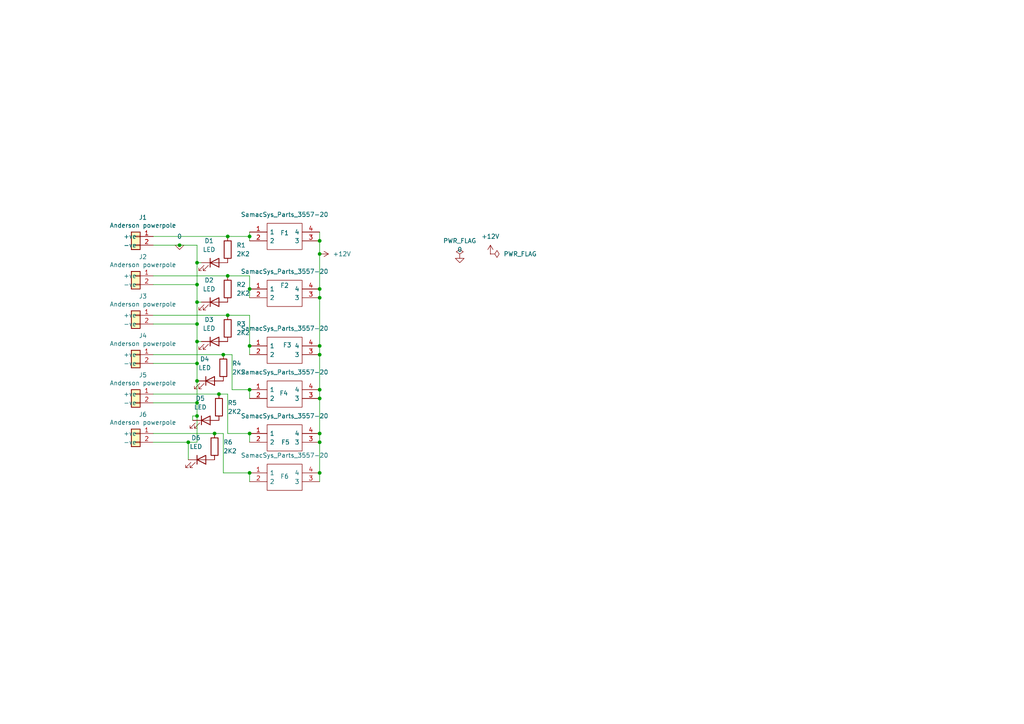
<source format=kicad_sch>
(kicad_sch (version 20231120) (generator "eeschema") (generator_version "8.0")
  (paper "A4")
  (lib_symbols
    (symbol "Device:LED" (pin_numbers hide) (pin_names (offset 1.016) hide)
      (property "Reference" "D" (at 0 2.54 0))
      (property "Value" "LED" (at 0 -2.54 0))
      (symbol "LED_0_1"
        (polyline (pts (xy -1.27 -1.27) (xy -1.27 1.27)) (stroke (width 0.254)))
        (polyline (pts (xy -1.27 0) (xy 1.27 0)))
        (polyline (pts (xy 1.27 -1.27) (xy 1.27 1.27) (xy -1.27 0) (xy 1.27 -1.27)) (stroke (width 0.254)))
        (polyline (pts (xy -3.048 -0.762) (xy -4.572 -2.286) (xy -3.81 -2.286) (xy -4.572 -2.286) (xy -4.572 -1.524)))
        (polyline (pts (xy -1.778 -0.762) (xy -3.302 -2.286) (xy -2.54 -2.286) (xy -3.302 -2.286) (xy -3.302 -1.524)))
      )
      (symbol "LED_1_1"
        (pin passive line (at -3.81 0 0) (length 2.54) (name "K") (number "1"))
        (pin passive line (at 3.81 0 180) (length 2.54) (name "A") (number "2"))
      )
    )
    (symbol "Device:R" (pin_numbers hide) (pin_names (offset 0))
      (property "Reference" "R" (at 2.032 0 90))
      (property "Value" "R" (at 0 0 90))
      (symbol "R_0_1"
        (rectangle (start -1.016 -2.54) (end 1.016 2.54) (stroke (width 0.254)))
      )
      (symbol "R_1_1"
        (pin passive line (at 0 3.81 270) (length 1.27) (name "~") (number "1"))
        (pin passive line (at 0 -3.81 90) (length 1.27) (name "~") (number "2"))
      )
    )
    (symbol "PowerPole-rescue:3557-20-SamacSys_Parts" (pin_names (offset 0.762))
      (property "Reference" "U" (at 16.51 7.62 0))
      (property "Value" "SamacSys_Parts_3557-20" (at 16.51 5.08 0))
      (symbol "3557-20-SamacSys_Parts_0_0"
        (pin passive line (at 0 0 0) (length 5.08) (name "1") (number "1"))
        (pin passive line (at 0 -2.54 0) (length 5.08) (name "2") (number "2"))
        (pin passive line (at 20.32 -2.54 180) (length 5.08) (name "3") (number "3"))
        (pin passive line (at 20.32 0 180) (length 5.08) (name "4") (number "4"))
      )
      (symbol "3557-20-SamacSys_Parts_0_1"
        (polyline (pts (xy 5.08 2.54) (xy 15.24 2.54) (xy 15.24 -5.08) (xy 5.08 -5.08) (xy 5.08 2.54)) (stroke (width 0.1524)))
      )
    )
    (symbol "PowerPole-rescue:Anderson_Powerpole_2w-SamacSys_Parts" (pin_names (offset 1.016))
      (property "Reference" "J" (at 0 2.54 0))
      (property "Value" "SamacSys_Parts_Anderson_Powerpole_2w" (at 0 -5.08 0))
      (symbol "Anderson_Powerpole_2w-SamacSys_Parts_1_1"
        (rectangle (start -1.27 -2.413) (end 0 -2.667) (stroke (width 0.1524)))
        (rectangle (start -1.27 0.127) (end 0 -0.127) (stroke (width 0.1524)))
        (rectangle (start -1.27 1.27) (end 1.27 -3.81) (stroke (width 0.254)) (fill (type background)))
        (pin bidirectional line (at -5.08 0 0) (length 3.81) (name "+ve") (number "1"))
        (pin bidirectional line (at -5.08 -2.54 0) (length 3.81) (name "-ve") (number "2"))
      )
    )
    (symbol "Simulation_SPICE:0" (power) (pin_numbers hide) (pin_names (offset 0) hide)
      (property "Value" "0" (at 0 -2.54 0))
      (symbol "0_0_1"
        (polyline (pts (xy -1.27 0) (xy 0 -1.27) (xy 1.27 0) (xy -1.27 0)))
      )
      (symbol "0_1_1"
        (pin power_in line (at 0 0 0) (length 0) (name "~") (number "1"))
      )
    )
    (symbol "power:+12V" (power) (pin_numbers hide) (pin_names (offset 0) hide)
      (property "Value" "+12V" (at 0 3.556 0))
      (symbol "+12V_0_1"
        (polyline (pts (xy -0.762 1.27) (xy 0 2.54)))
        (polyline (pts (xy 0 0) (xy 0 2.54)))
        (polyline (pts (xy 0 2.54) (xy 0.762 1.27)))
      )
      (symbol "+12V_1_1"
        (pin power_in line (at 0 0 90) (length 0) (name "~") (number "1"))
      )
    )
    (symbol "power:PWR_FLAG" (power) (pin_numbers hide) (pin_names (offset 0) hide)
      (property "Value" "PWR_FLAG" (at 0 3.81 0))
      (symbol "PWR_FLAG_0_0"
        (pin power_out line (at 0 0 90) (length 0) (name "~") (number "1"))
      )
      (symbol "PWR_FLAG_0_1"
        (polyline (pts (xy 0 0) (xy 0 1.27) (xy -1.016 1.905) (xy 0 2.54) (xy 1.016 1.905) (xy 0 1.27)))
      )
    )
  )
  (junction (at 72.39 100.33))
  (junction (at 92.71 137.16))
  (junction (at 57.15 82.55))
  (junction (at 92.71 128.27))
  (junction (at 66.04 80.01))
  (junction (at 92.71 115.57))
  (junction (at 57.15 99.06))
  (junction (at 92.71 102.87))
  (junction (at 72.39 68.58))
  (junction (at 57.15 116.84))
  (junction (at 92.71 125.73))
  (junction (at 57.15 120.65))
  (junction (at 57.15 76.2))
  (junction (at 66.04 91.44))
  (junction (at 57.15 93.98))
  (junction (at 92.71 100.33))
  (junction (at 92.71 86.36))
  (junction (at 64.77 102.87))
  (junction (at 92.71 83.82))
  (junction (at 72.39 83.82))
  (junction (at 57.15 105.41))
  (junction (at 52.07 71.12))
  (junction (at 54.61 128.27))
  (junction (at 72.39 137.16))
  (junction (at 92.71 69.85))
  (junction (at 57.15 87.63))
  (junction (at 62.23 125.73))
  (junction (at 63.5 114.3))
  (junction (at 66.04 68.58))
  (junction (at 72.39 125.73))
  (junction (at 57.15 110.49))
  (junction (at 92.71 113.03))
  (junction (at 92.71 73.66))
  (junction (at 72.39 113.03))
  (wire (pts (xy 44.45 68.58) (xy 66.04 68.58)))
  (wire (pts (xy 55.88 120.65) (xy 57.15 120.65)))
  (wire (pts (xy 92.71 73.66) (xy 92.71 83.82)))
  (wire (pts (xy 62.23 125.73) (xy 64.77 125.73)))
  (wire (pts (xy 92.71 67.31) (xy 92.71 69.85)))
  (wire (pts (xy 57.15 116.84) (xy 57.15 120.65)))
  (wire (pts (xy 44.45 80.01) (xy 66.04 80.01)))
  (wire (pts (xy 67.31 113.03) (xy 72.39 113.03)))
  (wire (pts (xy 57.15 110.49) (xy 57.15 116.84)))
  (wire (pts (xy 64.77 102.87) (xy 67.31 102.87)))
  (wire (pts (xy 57.15 99.06) (xy 57.15 105.41)))
  (wire (pts (xy 92.71 113.03) (xy 92.71 115.57)))
  (wire (pts (xy 92.71 86.36) (xy 92.71 100.33)))
  (wire (pts (xy 67.31 102.87) (xy 67.31 113.03)))
  (wire (pts (xy 64.77 137.16) (xy 72.39 137.16)))
  (wire (pts (xy 64.77 125.73) (xy 64.77 137.16)))
  (wire (pts (xy 54.61 128.27) (xy 54.61 133.35)))
  (wire (pts (xy 57.15 87.63) (xy 57.15 93.98)))
  (wire (pts (xy 57.15 120.65) (xy 57.15 128.27)))
  (wire (pts (xy 44.45 114.3) (xy 63.5 114.3)))
  (wire (pts (xy 44.45 91.44) (xy 66.04 91.44)))
  (wire (pts (xy 57.15 71.12) (xy 57.15 76.2)))
  (wire (pts (xy 52.07 71.12) (xy 57.15 71.12)))
  (wire (pts (xy 92.71 69.85) (xy 92.71 73.66)))
  (wire (pts (xy 57.15 105.41) (xy 57.15 110.49)))
  (wire (pts (xy 44.45 128.27) (xy 54.61 128.27)))
  (wire (pts (xy 57.15 82.55) (xy 57.15 87.63)))
  (wire (pts (xy 57.15 76.2) (xy 58.42 76.2)))
  (wire (pts (xy 66.04 125.73) (xy 72.39 125.73)))
  (wire (pts (xy 66.04 91.44) (xy 72.39 91.44)))
  (wire (pts (xy 54.61 128.27) (xy 57.15 128.27)))
  (wire (pts (xy 63.5 114.3) (xy 66.04 114.3)))
  (wire (pts (xy 44.45 93.98) (xy 57.15 93.98)))
  (wire (pts (xy 72.39 91.44) (xy 72.39 100.33)))
  (wire (pts (xy 72.39 113.03) (xy 72.39 115.57)))
  (wire (pts (xy 44.45 105.41) (xy 57.15 105.41)))
  (wire (pts (xy 72.39 125.73) (xy 72.39 128.27)))
  (wire (pts (xy 44.45 82.55) (xy 57.15 82.55)))
  (wire (pts (xy 92.71 100.33) (xy 92.71 102.87)))
  (wire (pts (xy 72.39 83.82) (xy 72.39 86.36)))
  (wire (pts (xy 44.45 125.73) (xy 62.23 125.73)))
  (wire (pts (xy 72.39 68.58) (xy 72.39 69.85)))
  (wire (pts (xy 57.15 76.2) (xy 57.15 82.55)))
  (wire (pts (xy 44.45 116.84) (xy 57.15 116.84)))
  (wire (pts (xy 44.45 102.87) (xy 64.77 102.87)))
  (wire (pts (xy 44.45 71.12) (xy 52.07 71.12)))
  (wire (pts (xy 92.71 102.87) (xy 92.71 113.03)))
  (wire (pts (xy 57.15 99.06) (xy 58.42 99.06)))
  (wire (pts (xy 92.71 125.73) (xy 92.71 128.27)))
  (wire (pts (xy 92.71 128.27) (xy 92.71 137.16)))
  (wire (pts (xy 72.39 137.16) (xy 72.39 139.7)))
  (wire (pts (xy 72.39 80.01) (xy 72.39 83.82)))
  (wire (pts (xy 66.04 68.58) (xy 72.39 68.58)))
  (wire (pts (xy 92.71 83.82) (xy 92.71 86.36)))
  (wire (pts (xy 72.39 67.31) (xy 72.39 68.58)))
  (wire (pts (xy 57.15 93.98) (xy 57.15 99.06)))
  (wire (pts (xy 57.15 87.63) (xy 58.42 87.63)))
  (wire (pts (xy 72.39 100.33) (xy 72.39 102.87)))
  (wire (pts (xy 92.71 137.16) (xy 92.71 139.7)))
  (wire (pts (xy 55.88 121.92) (xy 55.88 120.65)))
  (wire (pts (xy 66.04 80.01) (xy 72.39 80.01)))
  (wire (pts (xy 92.71 115.57) (xy 92.71 125.73)))
  (wire (pts (xy 66.04 114.3) (xy 66.04 125.73)))
  (symbol (lib_id "PowerPole-rescue:Anderson_Powerpole_2w-SamacSys_Parts") (at 39.37 68.58 0) (mirror y) (unit 1)
    (property "Reference" "J1" (at 41.4528 63.0682 0))
    (property "Value" "Anderson powerpole" (at 41.4528 65.3796 0))
    (property "Footprint" "Library:Anderson_powerpole_2w" (effects (hide yes)))
  )
  (symbol (lib_id "Device:R") (at 63.5 118.11 0) (unit 1)
    (property "Reference" "R5" (at 66.04 116.8399 0) (effects (justify left)))
    (property "Value" "2K2" (at 66.04 119.3799 0) (effects (justify left)))
    (property "Footprint" "Resistor_THT:R_Axial_DIN0207_L6.3mm_D2.5mm_P7.62mm_Horizontal" (effects (hide yes)))
    (property "Description" "Resistor" (effects (hide yes)))
  )
  (symbol (lib_id "PowerPole-rescue:Anderson_Powerpole_2w-SamacSys_Parts") (at 39.37 91.44 0) (mirror y) (unit 1)
    (property "Reference" "J3" (at 41.4528 85.9282 0))
    (property "Value" "Anderson powerpole" (at 41.4528 88.2396 0))
    (property "Footprint" "Library:Anderson_powerpole_2w" (effects (hide yes)))
  )
  (symbol (lib_id "Device:LED") (at 60.96 110.49 0) (unit 1)
    (property "Reference" "D4" (at 59.3725 104.14 0))
    (property "Value" "LED" (at 59.3725 106.68 0))
    (property "Footprint" "LED_THT:LED_D5.0mm" (effects (hide yes)))
    (property "Description" "Light emitting diode" (effects (hide yes)))
  )
  (symbol (lib_id "Device:R") (at 62.23 129.54 0) (unit 1)
    (property "Reference" "R6" (at 64.77 128.2699 0) (effects (justify left)))
    (property "Value" "2K2" (at 64.77 130.8099 0) (effects (justify left)))
    (property "Footprint" "Resistor_THT:R_Axial_DIN0207_L6.3mm_D2.5mm_P7.62mm_Horizontal" (effects (hide yes)))
    (property "Description" "Resistor" (effects (hide yes)))
  )
  (symbol (lib_id "power:+12V") (at 142.24 73.66 0) (unit 1)
    (property "Reference" "#PWR01" (effects (hide yes)))
    (property "Value" "+12V" (at 142.24 68.58 0))
    (property "Description" "Power symbol creates a global label with name \"+12V\"" (effects (hide yes)))
  )
  (symbol (lib_id "PowerPole-rescue:Anderson_Powerpole_2w-SamacSys_Parts") (at 39.37 102.87 0) (mirror y) (unit 1)
    (property "Reference" "J4" (at 41.4528 97.3582 0))
    (property "Value" "Anderson powerpole" (at 41.4528 99.6696 0))
    (property "Footprint" "Library:Anderson_powerpole_2w" (effects (hide yes)))
  )
  (symbol (lib_id "power:PWR_FLAG") (at 133.35 74.93 0) (unit 1)
    (property "Reference" "#FLG02" (effects (hide yes)))
    (property "Value" "PWR_FLAG" (at 133.35 69.85 0))
    (property "Description" "Special symbol for telling ERC where power comes from" (effects (hide yes)))
  )
  (symbol (lib_id "PowerPole-rescue:Anderson_Powerpole_2w-SamacSys_Parts") (at 39.37 80.01 0) (mirror y) (unit 1)
    (property "Reference" "J2" (at 41.4528 74.4982 0))
    (property "Value" "Anderson powerpole" (at 41.4528 76.8096 0))
    (property "Footprint" "Library:Anderson_powerpole_2w" (effects (hide yes)))
  )
  (symbol (lib_id "PowerPole-rescue:Anderson_Powerpole_2w-SamacSys_Parts") (at 39.37 114.3 0) (mirror y) (unit 1)
    (property "Reference" "J5" (at 41.4528 108.7882 0))
    (property "Value" "Anderson powerpole" (at 41.4528 111.0996 0))
    (property "Footprint" "Library:Anderson_powerpole_2w" (effects (hide yes)))
  )
  (symbol (lib_id "Device:R") (at 66.04 72.39 180) (unit 1)
    (property "Reference" "R1" (at 68.58 71.1199 0) (effects (justify right)))
    (property "Value" "2K2" (at 68.58 73.6599 0) (effects (justify right)))
    (property "Footprint" "Resistor_THT:R_Axial_DIN0207_L6.3mm_D2.5mm_P7.62mm_Horizontal" (effects (hide yes)))
    (property "Description" "Resistor" (effects (hide yes)))
  )
  (symbol (lib_id "PowerPole-rescue:3557-20-SamacSys_Parts") (at 72.39 83.82 0) (unit 1)
    (property "Reference" "F2" (at 82.55 82.804 0))
    (property "Value" "SamacSys_Parts_3557-20" (at 82.55 78.74 0))
    (property "Footprint" "Fuses:355720" (effects (hide yes)))
    (property "Datasheet" "https://www.keyelco.com/product-pdf.cfm?p=14226" (effects (hide yes)))
    (property "Description_1" "Fuse Holder T/H 2 IN 1 AUTO BLDE HOLDER, YELLOW 20A" (effects (hide yes)))
    (property "Height" "7.37" (effects (hide yes)))
    (property "Mouser Part Number" "534-3557-20" (effects (hide yes)))
    (property "Mouser Price/Stock" "https://www.mouser.co.uk/ProductDetail/Keystone-Electronics/3557-20?qs=iR2ablhfrmF%2FWhSZXEYN7g%3D%3D" (effects (hide yes)))
    (property "Manufacturer_Name" "Keystone Electronics" (effects (hide yes)))
    (property "Manufacturer_Part_Number" "3557-20" (effects (hide yes)))
  )
  (symbol (lib_id "power:+12V") (at 92.71 73.66 270) (unit 1)
    (property "Reference" "#PWR02" (effects (hide yes)))
    (property "Value" "+12V" (at 96.52 73.6599 90) (effects (justify left)))
    (property "Description" "Power symbol creates a global label with name \"+12V\"" (effects (hide yes)))
  )
  (symbol (lib_id "PowerPole-rescue:Anderson_Powerpole_2w-SamacSys_Parts") (at 39.37 125.73 0) (mirror y) (unit 1)
    (property "Reference" "J6" (at 41.4528 120.2182 0))
    (property "Value" "Anderson powerpole" (at 41.4528 122.5296 0))
    (property "Footprint" "Library:Anderson_powerpole_2w" (effects (hide yes)))
  )
  (symbol (lib_id "Simulation_SPICE:0") (at 52.07 71.12 0) (unit 1)
    (property "Reference" "#GND02" (effects (hide yes)))
    (property "Value" "0" (at 52.07 68.58 0))
    (property "Datasheet" "https://ngspice.sourceforge.io/docs/ngspice-html-manual/manual.xhtml#subsec_Circuit_elements__device" (effects (hide yes)))
    (property "Description" "0V reference potential for simulation" (effects (hide yes)))
  )
  (symbol (lib_id "PowerPole-rescue:3557-20-SamacSys_Parts") (at 72.39 125.73 0) (unit 1)
    (property "Reference" "F5" (at 82.804 128.27 0))
    (property "Value" "SamacSys_Parts_3557-20" (at 82.55 120.65 0))
    (property "Footprint" "Fuses:355720" (effects (hide yes)))
    (property "Datasheet" "https://www.keyelco.com/product-pdf.cfm?p=14226" (effects (hide yes)))
    (property "Description_1" "Fuse Holder T/H 2 IN 1 AUTO BLDE HOLDER, YELLOW 20A" (effects (hide yes)))
    (property "Height" "7.37" (effects (hide yes)))
    (property "Mouser Part Number" "534-3557-20" (effects (hide yes)))
    (property "Mouser Price/Stock" "https://www.mouser.co.uk/ProductDetail/Keystone-Electronics/3557-20?qs=iR2ablhfrmF%2FWhSZXEYN7g%3D%3D" (effects (hide yes)))
    (property "Manufacturer_Name" "Keystone Electronics" (effects (hide yes)))
    (property "Manufacturer_Part_Number" "3557-20" (effects (hide yes)))
  )
  (symbol (lib_id "Device:R") (at 66.04 95.25 0) (unit 1)
    (property "Reference" "R3" (at 68.58 93.9799 0) (effects (justify left)))
    (property "Value" "2K2" (at 68.58 96.5199 0) (effects (justify left)))
    (property "Footprint" "Resistor_THT:R_Axial_DIN0207_L6.3mm_D2.5mm_P7.62mm_Horizontal" (effects (hide yes)))
    (property "Description" "Resistor" (effects (hide yes)))
  )
  (symbol (lib_id "PowerPole-rescue:3557-20-SamacSys_Parts") (at 72.39 67.31 0) (unit 1)
    (property "Reference" "F1" (at 82.55 67.564 0))
    (property "Value" "SamacSys_Parts_3557-20" (at 82.55 62.23 0))
    (property "Footprint" "Fuses:355720" (effects (hide yes)))
    (property "Datasheet" "https://www.keyelco.com/product-pdf.cfm?p=14226" (effects (hide yes)))
    (property "Description_1" "Fuse Holder T/H 2 IN 1 AUTO BLDE HOLDER, YELLOW 20A" (effects (hide yes)))
    (property "Height" "7.37" (effects (hide yes)))
    (property "Mouser Part Number" "534-3557-20" (effects (hide yes)))
    (property "Mouser Price/Stock" "https://www.mouser.co.uk/ProductDetail/Keystone-Electronics/3557-20?qs=iR2ablhfrmF%2FWhSZXEYN7g%3D%3D" (effects (hide yes)))
    (property "Manufacturer_Name" "Keystone Electronics" (effects (hide yes)))
    (property "Manufacturer_Part_Number" "3557-20" (effects (hide yes)))
  )
  (symbol (lib_id "Device:R") (at 66.04 83.82 0) (unit 1)
    (property "Reference" "R2" (at 68.58 82.5499 0) (effects (justify left)))
    (property "Value" "2K2" (at 68.58 85.0899 0) (effects (justify left)))
    (property "Footprint" "Resistor_THT:R_Axial_DIN0207_L6.3mm_D2.5mm_P7.62mm_Horizontal" (effects (hide yes)))
    (property "Description" "Resistor" (effects (hide yes)))
  )
  (symbol (lib_id "Device:LED") (at 62.23 87.63 0) (unit 1)
    (property "Reference" "D2" (at 60.6425 81.28 0))
    (property "Value" "LED" (at 60.6425 83.82 0))
    (property "Footprint" "LED_THT:LED_D5.0mm" (effects (hide yes)))
    (property "Description" "Light emitting diode" (effects (hide yes)))
  )
  (symbol (lib_id "PowerPole-rescue:3557-20-SamacSys_Parts") (at 72.39 113.03 0) (unit 1)
    (property "Reference" "F4" (at 82.296 114.046 0))
    (property "Value" "SamacSys_Parts_3557-20" (at 82.55 107.95 0))
    (property "Footprint" "Fuses:355720" (effects (hide yes)))
    (property "Datasheet" "https://www.keyelco.com/product-pdf.cfm?p=14226" (effects (hide yes)))
    (property "Description_1" "Fuse Holder T/H 2 IN 1 AUTO BLDE HOLDER, YELLOW 20A" (effects (hide yes)))
    (property "Height" "7.37" (effects (hide yes)))
    (property "Mouser Part Number" "534-3557-20" (effects (hide yes)))
    (property "Mouser Price/Stock" "https://www.mouser.co.uk/ProductDetail/Keystone-Electronics/3557-20?qs=iR2ablhfrmF%2FWhSZXEYN7g%3D%3D" (effects (hide yes)))
    (property "Manufacturer_Name" "Keystone Electronics" (effects (hide yes)))
    (property "Manufacturer_Part_Number" "3557-20" (effects (hide yes)))
  )
  (symbol (lib_id "Simulation_SPICE:0") (at 133.35 74.93 0) (unit 1)
    (property "Reference" "#GND01" (effects (hide yes)))
    (property "Value" "0" (at 133.35 72.39 0))
    (property "Datasheet" "https://ngspice.sourceforge.io/docs/ngspice-html-manual/manual.xhtml#subsec_Circuit_elements__device" (effects (hide yes)))
    (property "Description" "0V reference potential for simulation" (effects (hide yes)))
  )
  (symbol (lib_id "Device:LED") (at 62.23 99.06 0) (unit 1)
    (property "Reference" "D3" (at 60.6425 92.71 0))
    (property "Value" "LED" (at 60.6425 95.25 0))
    (property "Footprint" "LED_THT:LED_D5.0mm" (effects (hide yes)))
    (property "Description" "Light emitting diode" (effects (hide yes)))
  )
  (symbol (lib_id "Device:LED") (at 62.23 76.2 0) (unit 1)
    (property "Reference" "D1" (at 60.6425 69.85 0))
    (property "Value" "LED" (at 60.6425 72.39 0))
    (property "Footprint" "LED_THT:LED_D5.0mm" (effects (hide yes)))
    (property "Description" "Light emitting diode" (effects (hide yes)))
  )
  (symbol (lib_id "PowerPole-rescue:3557-20-SamacSys_Parts") (at 72.39 137.16 0) (unit 1)
    (property "Reference" "F6" (at 82.55 138.176 0))
    (property "Value" "SamacSys_Parts_3557-20" (at 82.55 132.08 0))
    (property "Footprint" "Fuses:355720" (effects (hide yes)))
    (property "Datasheet" "https://www.keyelco.com/product-pdf.cfm?p=14226" (effects (hide yes)))
    (property "Description_1" "Fuse Holder T/H 2 IN 1 AUTO BLDE HOLDER, YELLOW 20A" (effects (hide yes)))
    (property "Height" "7.37" (effects (hide yes)))
    (property "Mouser Part Number" "534-3557-20" (effects (hide yes)))
    (property "Mouser Price/Stock" "https://www.mouser.co.uk/ProductDetail/Keystone-Electronics/3557-20?qs=iR2ablhfrmF%2FWhSZXEYN7g%3D%3D" (effects (hide yes)))
    (property "Manufacturer_Name" "Keystone Electronics" (effects (hide yes)))
    (property "Manufacturer_Part_Number" "3557-20" (effects (hide yes)))
  )
  (symbol (lib_id "Device:R") (at 64.77 106.68 0) (unit 1)
    (property "Reference" "R4" (at 67.31 105.4099 0) (effects (justify left)))
    (property "Value" "2K2" (at 67.31 107.9499 0) (effects (justify left)))
    (property "Footprint" "Resistor_THT:R_Axial_DIN0207_L6.3mm_D2.5mm_P7.62mm_Horizontal" (effects (hide yes)))
    (property "Description" "Resistor" (effects (hide yes)))
  )
  (symbol (lib_id "power:PWR_FLAG") (at 142.24 73.66 270) (unit 1)
    (property "Reference" "#FLG01" (effects (hide yes)))
    (property "Value" "PWR_FLAG" (at 146.05 73.6599 90) (effects (justify left)))
    (property "Description" "Special symbol for telling ERC where power comes from" (effects (hide yes)))
  )
  (symbol (lib_id "PowerPole-rescue:3557-20-SamacSys_Parts") (at 72.39 100.33 0) (unit 1)
    (property "Reference" "F3" (at 83.312 100.076 0))
    (property "Value" "SamacSys_Parts_3557-20" (at 82.55 95.25 0))
    (property "Footprint" "Fuses:355720" (effects (hide yes)))
    (property "Datasheet" "https://www.keyelco.com/product-pdf.cfm?p=14226" (effects (hide yes)))
    (property "Description_1" "Fuse Holder T/H 2 IN 1 AUTO BLDE HOLDER, YELLOW 20A" (effects (hide yes)))
    (property "Height" "7.37" (effects (hide yes)))
    (property "Mouser Part Number" "534-3557-20" (effects (hide yes)))
    (property "Mouser Price/Stock" "https://www.mouser.co.uk/ProductDetail/Keystone-Electronics/3557-20?qs=iR2ablhfrmF%2FWhSZXEYN7g%3D%3D" (effects (hide yes)))
    (property "Manufacturer_Name" "Keystone Electronics" (effects (hide yes)))
    (property "Manufacturer_Part_Number" "3557-20" (effects (hide yes)))
  )
  (symbol (lib_id "Device:LED") (at 58.42 133.35 0) (unit 1)
    (property "Reference" "D6" (at 56.8325 127 0))
    (property "Value" "LED" (at 56.8325 129.54 0))
    (property "Footprint" "LED_THT:LED_D5.0mm" (effects (hide yes)))
    (property "Description" "Light emitting diode" (effects (hide yes)))
  )
  (symbol (lib_id "Device:LED") (at 59.69 121.92 0) (unit 1)
    (property "Reference" "D5" (at 58.1025 115.57 0))
    (property "Value" "LED" (at 58.1025 118.11 0))
    (property "Footprint" "LED_THT:LED_D5.0mm" (effects (hide yes)))
    (property "Description" "Light emitting diode" (effects (hide yes)))
  )
)
</source>
